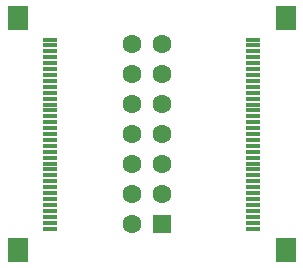
<source format=gts>
G04 EasyEDA Pro v1.9.29.eba1c1, 2023-06-16 22:45:11*
G04 Gerber Generator version 0.3*G04*
G04 #@! TF.GenerationSoftware,Altium Limited,Altium Designer,21.4.1 (30)*
G04*
G04 Layer_Color=8388736*
%FSLAX25Y25*%
%MOIN*%
G70*
G04*
G04 #@! TF.SameCoordinates,70962A66-5B05-4BC0-AD96-6F7431C900D1*
G04*
G04*
G04 #@! TF.FilePolarity,Negative*
G04*
G01*
G75*
%ADD13R,0.05118X0.01181*%
%ADD14R,0.07087X0.07874*%
%ADD15R,0.06299X0.06299*%
%ADD16C,0.06299*%
D13*
X213811Y90409D02*
D03*
Y92378D02*
D03*
Y94346D02*
D03*
X146189Y84504D02*
D03*
Y86472D02*
D03*
Y92378D02*
D03*
Y94346D02*
D03*
Y100252D02*
D03*
Y102220D02*
D03*
Y108126D02*
D03*
Y110094D02*
D03*
Y116000D02*
D03*
Y119937D02*
D03*
Y121905D02*
D03*
Y127811D02*
D03*
Y129780D02*
D03*
X146189Y135685D02*
D03*
Y137654D02*
D03*
X146189Y147496D02*
D03*
Y145528D02*
D03*
Y143559D02*
D03*
Y141590D02*
D03*
X146189Y139622D02*
D03*
X146189Y133716D02*
D03*
Y131748D02*
D03*
X146189Y125842D02*
D03*
Y123874D02*
D03*
X146189Y117968D02*
D03*
Y114031D02*
D03*
Y112063D02*
D03*
Y106157D02*
D03*
Y104189D02*
D03*
Y98283D02*
D03*
Y96315D02*
D03*
Y90409D02*
D03*
X146189Y88441D02*
D03*
X213811Y147496D02*
D03*
Y145528D02*
D03*
Y139622D02*
D03*
Y137654D02*
D03*
Y131748D02*
D03*
Y129780D02*
D03*
Y123874D02*
D03*
Y121906D02*
D03*
Y116000D02*
D03*
Y112063D02*
D03*
Y110095D02*
D03*
Y104189D02*
D03*
Y102220D02*
D03*
Y96315D02*
D03*
Y84504D02*
D03*
Y86472D02*
D03*
Y88441D02*
D03*
Y98283D02*
D03*
Y100252D02*
D03*
Y106158D02*
D03*
Y108126D02*
D03*
Y114032D02*
D03*
Y117969D02*
D03*
Y119937D02*
D03*
Y125843D02*
D03*
Y127811D02*
D03*
Y133717D02*
D03*
Y135685D02*
D03*
Y141591D02*
D03*
Y143559D02*
D03*
D14*
X135362Y154583D02*
D03*
Y77417D02*
D03*
X224638Y77417D02*
D03*
Y154583D02*
D03*
D15*
X183500Y86000D02*
D03*
D16*
X173500D02*
D03*
X183500Y96000D02*
D03*
X173500D02*
D03*
X183500Y106000D02*
D03*
X173500D02*
D03*
X183500Y116000D02*
D03*
X173500D02*
D03*
X183500Y126000D02*
D03*
X173500D02*
D03*
X183500Y136000D02*
D03*
X173500D02*
D03*
Y146000D02*
D03*
X183500D02*
D03*
M02*

</source>
